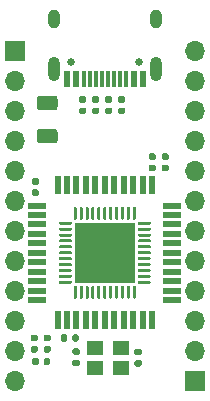
<source format=gbr>
G04 #@! TF.GenerationSoftware,KiCad,Pcbnew,(5.1.7)-1*
G04 #@! TF.CreationDate,2021-03-17T14:13:32-05:00*
G04 #@! TF.ProjectId,keyboard,6b657962-6f61-4726-942e-6b696361645f,rev?*
G04 #@! TF.SameCoordinates,Original*
G04 #@! TF.FileFunction,Soldermask,Top*
G04 #@! TF.FilePolarity,Negative*
%FSLAX46Y46*%
G04 Gerber Fmt 4.6, Leading zero omitted, Abs format (unit mm)*
G04 Created by KiCad (PCBNEW (5.1.7)-1) date 2021-03-17 14:13:32*
%MOMM*%
%LPD*%
G01*
G04 APERTURE LIST*
%ADD10O,1.700000X1.700000*%
%ADD11R,1.700000X1.700000*%
%ADD12R,0.550000X1.500000*%
%ADD13R,1.500000X0.550000*%
%ADD14R,5.200000X5.200000*%
%ADD15R,1.400000X1.200000*%
%ADD16R,0.600000X1.450000*%
%ADD17R,0.300000X1.450000*%
%ADD18C,0.650000*%
%ADD19O,1.000000X2.100000*%
%ADD20O,1.000000X1.600000*%
G04 APERTURE END LIST*
D10*
X323620000Y-159530000D03*
X323620000Y-162070000D03*
X323620000Y-164610000D03*
X323620000Y-167150000D03*
X323620000Y-169690000D03*
X323620000Y-172230000D03*
X323620000Y-174770000D03*
X323620000Y-177310000D03*
X323620000Y-179850000D03*
X323620000Y-182390000D03*
X323620000Y-184930000D03*
D11*
X323620000Y-187470000D03*
D12*
X311977500Y-170877500D03*
X312777500Y-170877500D03*
X313577500Y-170877500D03*
X314377500Y-170877500D03*
X315177500Y-170877500D03*
X315977500Y-170877500D03*
X316777500Y-170877500D03*
X317577500Y-170877500D03*
X318377500Y-170877500D03*
X319177500Y-170877500D03*
X319977500Y-170877500D03*
D13*
X321677500Y-172577500D03*
X321677500Y-173377500D03*
X321677500Y-174177500D03*
X321677500Y-174977500D03*
X321677500Y-175777500D03*
X321677500Y-176577500D03*
X321677500Y-177377500D03*
X321677500Y-178177500D03*
X321677500Y-178977500D03*
X321677500Y-179777500D03*
X321677500Y-180577500D03*
D12*
X319977500Y-182277500D03*
X319177500Y-182277500D03*
X318377500Y-182277500D03*
X317577500Y-182277500D03*
X316777500Y-182277500D03*
X315977500Y-182277500D03*
X315177500Y-182277500D03*
X314377500Y-182277500D03*
X313577500Y-182277500D03*
X312777500Y-182277500D03*
X311977500Y-182277500D03*
D13*
X310277500Y-180577500D03*
X310277500Y-179777500D03*
X310277500Y-178977500D03*
X310277500Y-178177500D03*
X310277500Y-177377500D03*
X310277500Y-176577500D03*
X310277500Y-175777500D03*
X310277500Y-174977500D03*
X310277500Y-174177500D03*
X310277500Y-173377500D03*
X310277500Y-172577500D03*
G36*
G01*
X316470000Y-163880000D02*
X316130000Y-163880000D01*
G75*
G02*
X315990000Y-163740000I0J140000D01*
G01*
X315990000Y-163460000D01*
G75*
G02*
X316130000Y-163320000I140000J0D01*
G01*
X316470000Y-163320000D01*
G75*
G02*
X316610000Y-163460000I0J-140000D01*
G01*
X316610000Y-163740000D01*
G75*
G02*
X316470000Y-163880000I-140000J0D01*
G01*
G37*
G36*
G01*
X316470000Y-164840000D02*
X316130000Y-164840000D01*
G75*
G02*
X315990000Y-164700000I0J140000D01*
G01*
X315990000Y-164420000D01*
G75*
G02*
X316130000Y-164280000I140000J0D01*
G01*
X316470000Y-164280000D01*
G75*
G02*
X316610000Y-164420000I0J-140000D01*
G01*
X316610000Y-164700000D01*
G75*
G02*
X316470000Y-164840000I-140000J0D01*
G01*
G37*
G36*
G01*
X320930000Y-169120000D02*
X321270000Y-169120000D01*
G75*
G02*
X321410000Y-169260000I0J-140000D01*
G01*
X321410000Y-169540000D01*
G75*
G02*
X321270000Y-169680000I-140000J0D01*
G01*
X320930000Y-169680000D01*
G75*
G02*
X320790000Y-169540000I0J140000D01*
G01*
X320790000Y-169260000D01*
G75*
G02*
X320930000Y-169120000I140000J0D01*
G01*
G37*
G36*
G01*
X320930000Y-168160000D02*
X321270000Y-168160000D01*
G75*
G02*
X321410000Y-168300000I0J-140000D01*
G01*
X321410000Y-168580000D01*
G75*
G02*
X321270000Y-168720000I-140000J0D01*
G01*
X320930000Y-168720000D01*
G75*
G02*
X320790000Y-168580000I0J140000D01*
G01*
X320790000Y-168300000D01*
G75*
G02*
X320930000Y-168160000I140000J0D01*
G01*
G37*
G36*
G01*
X314270000Y-163880000D02*
X313930000Y-163880000D01*
G75*
G02*
X313790000Y-163740000I0J140000D01*
G01*
X313790000Y-163460000D01*
G75*
G02*
X313930000Y-163320000I140000J0D01*
G01*
X314270000Y-163320000D01*
G75*
G02*
X314410000Y-163460000I0J-140000D01*
G01*
X314410000Y-163740000D01*
G75*
G02*
X314270000Y-163880000I-140000J0D01*
G01*
G37*
G36*
G01*
X314270000Y-164840000D02*
X313930000Y-164840000D01*
G75*
G02*
X313790000Y-164700000I0J140000D01*
G01*
X313790000Y-164420000D01*
G75*
G02*
X313930000Y-164280000I140000J0D01*
G01*
X314270000Y-164280000D01*
G75*
G02*
X314410000Y-164420000I0J-140000D01*
G01*
X314410000Y-164700000D01*
G75*
G02*
X314270000Y-164840000I-140000J0D01*
G01*
G37*
G36*
G01*
X315370000Y-163880000D02*
X315030000Y-163880000D01*
G75*
G02*
X314890000Y-163740000I0J140000D01*
G01*
X314890000Y-163460000D01*
G75*
G02*
X315030000Y-163320000I140000J0D01*
G01*
X315370000Y-163320000D01*
G75*
G02*
X315510000Y-163460000I0J-140000D01*
G01*
X315510000Y-163740000D01*
G75*
G02*
X315370000Y-163880000I-140000J0D01*
G01*
G37*
G36*
G01*
X315370000Y-164840000D02*
X315030000Y-164840000D01*
G75*
G02*
X314890000Y-164700000I0J140000D01*
G01*
X314890000Y-164420000D01*
G75*
G02*
X315030000Y-164280000I140000J0D01*
G01*
X315370000Y-164280000D01*
G75*
G02*
X315510000Y-164420000I0J-140000D01*
G01*
X315510000Y-164700000D01*
G75*
G02*
X315370000Y-164840000I-140000J0D01*
G01*
G37*
G36*
G01*
X317570000Y-163880000D02*
X317230000Y-163880000D01*
G75*
G02*
X317090000Y-163740000I0J140000D01*
G01*
X317090000Y-163460000D01*
G75*
G02*
X317230000Y-163320000I140000J0D01*
G01*
X317570000Y-163320000D01*
G75*
G02*
X317710000Y-163460000I0J-140000D01*
G01*
X317710000Y-163740000D01*
G75*
G02*
X317570000Y-163880000I-140000J0D01*
G01*
G37*
G36*
G01*
X317570000Y-164840000D02*
X317230000Y-164840000D01*
G75*
G02*
X317090000Y-164700000I0J140000D01*
G01*
X317090000Y-164420000D01*
G75*
G02*
X317230000Y-164280000I140000J0D01*
G01*
X317570000Y-164280000D01*
G75*
G02*
X317710000Y-164420000I0J-140000D01*
G01*
X317710000Y-164700000D01*
G75*
G02*
X317570000Y-164840000I-140000J0D01*
G01*
G37*
G36*
G01*
X310800000Y-185970000D02*
X310800000Y-185630000D01*
G75*
G02*
X310940000Y-185490000I140000J0D01*
G01*
X311220000Y-185490000D01*
G75*
G02*
X311360000Y-185630000I0J-140000D01*
G01*
X311360000Y-185970000D01*
G75*
G02*
X311220000Y-186110000I-140000J0D01*
G01*
X310940000Y-186110000D01*
G75*
G02*
X310800000Y-185970000I0J140000D01*
G01*
G37*
G36*
G01*
X309840000Y-185970000D02*
X309840000Y-185630000D01*
G75*
G02*
X309980000Y-185490000I140000J0D01*
G01*
X310260000Y-185490000D01*
G75*
G02*
X310400000Y-185630000I0J-140000D01*
G01*
X310400000Y-185970000D01*
G75*
G02*
X310260000Y-186110000I-140000J0D01*
G01*
X309980000Y-186110000D01*
G75*
G02*
X309840000Y-185970000I0J140000D01*
G01*
G37*
G36*
G01*
X309830000Y-184480000D02*
X310170000Y-184480000D01*
G75*
G02*
X310310000Y-184620000I0J-140000D01*
G01*
X310310000Y-184900000D01*
G75*
G02*
X310170000Y-185040000I-140000J0D01*
G01*
X309830000Y-185040000D01*
G75*
G02*
X309690000Y-184900000I0J140000D01*
G01*
X309690000Y-184620000D01*
G75*
G02*
X309830000Y-184480000I140000J0D01*
G01*
G37*
G36*
G01*
X309830000Y-183520000D02*
X310170000Y-183520000D01*
G75*
G02*
X310310000Y-183660000I0J-140000D01*
G01*
X310310000Y-183940000D01*
G75*
G02*
X310170000Y-184080000I-140000J0D01*
G01*
X309830000Y-184080000D01*
G75*
G02*
X309690000Y-183940000I0J140000D01*
G01*
X309690000Y-183660000D01*
G75*
G02*
X309830000Y-183520000I140000J0D01*
G01*
G37*
G36*
G01*
X310270000Y-170820000D02*
X309930000Y-170820000D01*
G75*
G02*
X309790000Y-170680000I0J140000D01*
G01*
X309790000Y-170400000D01*
G75*
G02*
X309930000Y-170260000I140000J0D01*
G01*
X310270000Y-170260000D01*
G75*
G02*
X310410000Y-170400000I0J-140000D01*
G01*
X310410000Y-170680000D01*
G75*
G02*
X310270000Y-170820000I-140000J0D01*
G01*
G37*
G36*
G01*
X310270000Y-171780000D02*
X309930000Y-171780000D01*
G75*
G02*
X309790000Y-171640000I0J140000D01*
G01*
X309790000Y-171360000D01*
G75*
G02*
X309930000Y-171220000I140000J0D01*
G01*
X310270000Y-171220000D01*
G75*
G02*
X310410000Y-171360000I0J-140000D01*
G01*
X310410000Y-171640000D01*
G75*
G02*
X310270000Y-171780000I-140000J0D01*
G01*
G37*
G36*
G01*
X312820000Y-183630000D02*
X312820000Y-183970000D01*
G75*
G02*
X312680000Y-184110000I-140000J0D01*
G01*
X312400000Y-184110000D01*
G75*
G02*
X312260000Y-183970000I0J140000D01*
G01*
X312260000Y-183630000D01*
G75*
G02*
X312400000Y-183490000I140000J0D01*
G01*
X312680000Y-183490000D01*
G75*
G02*
X312820000Y-183630000I0J-140000D01*
G01*
G37*
G36*
G01*
X313780000Y-183630000D02*
X313780000Y-183970000D01*
G75*
G02*
X313640000Y-184110000I-140000J0D01*
G01*
X313360000Y-184110000D01*
G75*
G02*
X313220000Y-183970000I0J140000D01*
G01*
X313220000Y-183630000D01*
G75*
G02*
X313360000Y-183490000I140000J0D01*
G01*
X313640000Y-183490000D01*
G75*
G02*
X313780000Y-183630000I0J-140000D01*
G01*
G37*
G36*
G01*
X320170000Y-168720000D02*
X319830000Y-168720000D01*
G75*
G02*
X319690000Y-168580000I0J140000D01*
G01*
X319690000Y-168300000D01*
G75*
G02*
X319830000Y-168160000I140000J0D01*
G01*
X320170000Y-168160000D01*
G75*
G02*
X320310000Y-168300000I0J-140000D01*
G01*
X320310000Y-168580000D01*
G75*
G02*
X320170000Y-168720000I-140000J0D01*
G01*
G37*
G36*
G01*
X320170000Y-169680000D02*
X319830000Y-169680000D01*
G75*
G02*
X319690000Y-169540000I0J140000D01*
G01*
X319690000Y-169260000D01*
G75*
G02*
X319830000Y-169120000I140000J0D01*
G01*
X320170000Y-169120000D01*
G75*
G02*
X320310000Y-169260000I0J-140000D01*
G01*
X320310000Y-169540000D01*
G75*
G02*
X320170000Y-169680000I-140000J0D01*
G01*
G37*
G36*
G01*
X310930000Y-184480000D02*
X311270000Y-184480000D01*
G75*
G02*
X311410000Y-184620000I0J-140000D01*
G01*
X311410000Y-184900000D01*
G75*
G02*
X311270000Y-185040000I-140000J0D01*
G01*
X310930000Y-185040000D01*
G75*
G02*
X310790000Y-184900000I0J140000D01*
G01*
X310790000Y-184620000D01*
G75*
G02*
X310930000Y-184480000I140000J0D01*
G01*
G37*
G36*
G01*
X310930000Y-183520000D02*
X311270000Y-183520000D01*
G75*
G02*
X311410000Y-183660000I0J-140000D01*
G01*
X311410000Y-183940000D01*
G75*
G02*
X311270000Y-184080000I-140000J0D01*
G01*
X310930000Y-184080000D01*
G75*
G02*
X310790000Y-183940000I0J140000D01*
G01*
X310790000Y-183660000D01*
G75*
G02*
X310930000Y-183520000I140000J0D01*
G01*
G37*
G36*
G01*
X313720000Y-185230000D02*
X313380000Y-185230000D01*
G75*
G02*
X313240000Y-185090000I0J140000D01*
G01*
X313240000Y-184810000D01*
G75*
G02*
X313380000Y-184670000I140000J0D01*
G01*
X313720000Y-184670000D01*
G75*
G02*
X313860000Y-184810000I0J-140000D01*
G01*
X313860000Y-185090000D01*
G75*
G02*
X313720000Y-185230000I-140000J0D01*
G01*
G37*
G36*
G01*
X313720000Y-186190000D02*
X313380000Y-186190000D01*
G75*
G02*
X313240000Y-186050000I0J140000D01*
G01*
X313240000Y-185770000D01*
G75*
G02*
X313380000Y-185630000I140000J0D01*
G01*
X313720000Y-185630000D01*
G75*
G02*
X313860000Y-185770000I0J-140000D01*
G01*
X313860000Y-186050000D01*
G75*
G02*
X313720000Y-186190000I-140000J0D01*
G01*
G37*
G36*
G01*
X318630000Y-185660000D02*
X318970000Y-185660000D01*
G75*
G02*
X319110000Y-185800000I0J-140000D01*
G01*
X319110000Y-186080000D01*
G75*
G02*
X318970000Y-186220000I-140000J0D01*
G01*
X318630000Y-186220000D01*
G75*
G02*
X318490000Y-186080000I0J140000D01*
G01*
X318490000Y-185800000D01*
G75*
G02*
X318630000Y-185660000I140000J0D01*
G01*
G37*
G36*
G01*
X318630000Y-184700000D02*
X318970000Y-184700000D01*
G75*
G02*
X319110000Y-184840000I0J-140000D01*
G01*
X319110000Y-185120000D01*
G75*
G02*
X318970000Y-185260000I-140000J0D01*
G01*
X318630000Y-185260000D01*
G75*
G02*
X318490000Y-185120000I0J140000D01*
G01*
X318490000Y-184840000D01*
G75*
G02*
X318630000Y-184700000I140000J0D01*
G01*
G37*
D14*
X315977500Y-176577500D03*
G36*
G01*
X313352500Y-173715000D02*
X313352500Y-172765000D01*
G75*
G02*
X313415000Y-172702500I62500J0D01*
G01*
X313540000Y-172702500D01*
G75*
G02*
X313602500Y-172765000I0J-62500D01*
G01*
X313602500Y-173715000D01*
G75*
G02*
X313540000Y-173777500I-62500J0D01*
G01*
X313415000Y-173777500D01*
G75*
G02*
X313352500Y-173715000I0J62500D01*
G01*
G37*
G36*
G01*
X313852500Y-173715000D02*
X313852500Y-172765000D01*
G75*
G02*
X313915000Y-172702500I62500J0D01*
G01*
X314040000Y-172702500D01*
G75*
G02*
X314102500Y-172765000I0J-62500D01*
G01*
X314102500Y-173715000D01*
G75*
G02*
X314040000Y-173777500I-62500J0D01*
G01*
X313915000Y-173777500D01*
G75*
G02*
X313852500Y-173715000I0J62500D01*
G01*
G37*
G36*
G01*
X314352500Y-173715000D02*
X314352500Y-172765000D01*
G75*
G02*
X314415000Y-172702500I62500J0D01*
G01*
X314540000Y-172702500D01*
G75*
G02*
X314602500Y-172765000I0J-62500D01*
G01*
X314602500Y-173715000D01*
G75*
G02*
X314540000Y-173777500I-62500J0D01*
G01*
X314415000Y-173777500D01*
G75*
G02*
X314352500Y-173715000I0J62500D01*
G01*
G37*
G36*
G01*
X314852500Y-173715000D02*
X314852500Y-172765000D01*
G75*
G02*
X314915000Y-172702500I62500J0D01*
G01*
X315040000Y-172702500D01*
G75*
G02*
X315102500Y-172765000I0J-62500D01*
G01*
X315102500Y-173715000D01*
G75*
G02*
X315040000Y-173777500I-62500J0D01*
G01*
X314915000Y-173777500D01*
G75*
G02*
X314852500Y-173715000I0J62500D01*
G01*
G37*
G36*
G01*
X315352500Y-173715000D02*
X315352500Y-172765000D01*
G75*
G02*
X315415000Y-172702500I62500J0D01*
G01*
X315540000Y-172702500D01*
G75*
G02*
X315602500Y-172765000I0J-62500D01*
G01*
X315602500Y-173715000D01*
G75*
G02*
X315540000Y-173777500I-62500J0D01*
G01*
X315415000Y-173777500D01*
G75*
G02*
X315352500Y-173715000I0J62500D01*
G01*
G37*
G36*
G01*
X315852500Y-173715000D02*
X315852500Y-172765000D01*
G75*
G02*
X315915000Y-172702500I62500J0D01*
G01*
X316040000Y-172702500D01*
G75*
G02*
X316102500Y-172765000I0J-62500D01*
G01*
X316102500Y-173715000D01*
G75*
G02*
X316040000Y-173777500I-62500J0D01*
G01*
X315915000Y-173777500D01*
G75*
G02*
X315852500Y-173715000I0J62500D01*
G01*
G37*
G36*
G01*
X316352500Y-173715000D02*
X316352500Y-172765000D01*
G75*
G02*
X316415000Y-172702500I62500J0D01*
G01*
X316540000Y-172702500D01*
G75*
G02*
X316602500Y-172765000I0J-62500D01*
G01*
X316602500Y-173715000D01*
G75*
G02*
X316540000Y-173777500I-62500J0D01*
G01*
X316415000Y-173777500D01*
G75*
G02*
X316352500Y-173715000I0J62500D01*
G01*
G37*
G36*
G01*
X316852500Y-173715000D02*
X316852500Y-172765000D01*
G75*
G02*
X316915000Y-172702500I62500J0D01*
G01*
X317040000Y-172702500D01*
G75*
G02*
X317102500Y-172765000I0J-62500D01*
G01*
X317102500Y-173715000D01*
G75*
G02*
X317040000Y-173777500I-62500J0D01*
G01*
X316915000Y-173777500D01*
G75*
G02*
X316852500Y-173715000I0J62500D01*
G01*
G37*
G36*
G01*
X317352500Y-173715000D02*
X317352500Y-172765000D01*
G75*
G02*
X317415000Y-172702500I62500J0D01*
G01*
X317540000Y-172702500D01*
G75*
G02*
X317602500Y-172765000I0J-62500D01*
G01*
X317602500Y-173715000D01*
G75*
G02*
X317540000Y-173777500I-62500J0D01*
G01*
X317415000Y-173777500D01*
G75*
G02*
X317352500Y-173715000I0J62500D01*
G01*
G37*
G36*
G01*
X317852500Y-173715000D02*
X317852500Y-172765000D01*
G75*
G02*
X317915000Y-172702500I62500J0D01*
G01*
X318040000Y-172702500D01*
G75*
G02*
X318102500Y-172765000I0J-62500D01*
G01*
X318102500Y-173715000D01*
G75*
G02*
X318040000Y-173777500I-62500J0D01*
G01*
X317915000Y-173777500D01*
G75*
G02*
X317852500Y-173715000I0J62500D01*
G01*
G37*
G36*
G01*
X318352500Y-173715000D02*
X318352500Y-172765000D01*
G75*
G02*
X318415000Y-172702500I62500J0D01*
G01*
X318540000Y-172702500D01*
G75*
G02*
X318602500Y-172765000I0J-62500D01*
G01*
X318602500Y-173715000D01*
G75*
G02*
X318540000Y-173777500I-62500J0D01*
G01*
X318415000Y-173777500D01*
G75*
G02*
X318352500Y-173715000I0J62500D01*
G01*
G37*
G36*
G01*
X318777500Y-174140000D02*
X318777500Y-174015000D01*
G75*
G02*
X318840000Y-173952500I62500J0D01*
G01*
X319790000Y-173952500D01*
G75*
G02*
X319852500Y-174015000I0J-62500D01*
G01*
X319852500Y-174140000D01*
G75*
G02*
X319790000Y-174202500I-62500J0D01*
G01*
X318840000Y-174202500D01*
G75*
G02*
X318777500Y-174140000I0J62500D01*
G01*
G37*
G36*
G01*
X318777500Y-174640000D02*
X318777500Y-174515000D01*
G75*
G02*
X318840000Y-174452500I62500J0D01*
G01*
X319790000Y-174452500D01*
G75*
G02*
X319852500Y-174515000I0J-62500D01*
G01*
X319852500Y-174640000D01*
G75*
G02*
X319790000Y-174702500I-62500J0D01*
G01*
X318840000Y-174702500D01*
G75*
G02*
X318777500Y-174640000I0J62500D01*
G01*
G37*
G36*
G01*
X318777500Y-175140000D02*
X318777500Y-175015000D01*
G75*
G02*
X318840000Y-174952500I62500J0D01*
G01*
X319790000Y-174952500D01*
G75*
G02*
X319852500Y-175015000I0J-62500D01*
G01*
X319852500Y-175140000D01*
G75*
G02*
X319790000Y-175202500I-62500J0D01*
G01*
X318840000Y-175202500D01*
G75*
G02*
X318777500Y-175140000I0J62500D01*
G01*
G37*
G36*
G01*
X318777500Y-175640000D02*
X318777500Y-175515000D01*
G75*
G02*
X318840000Y-175452500I62500J0D01*
G01*
X319790000Y-175452500D01*
G75*
G02*
X319852500Y-175515000I0J-62500D01*
G01*
X319852500Y-175640000D01*
G75*
G02*
X319790000Y-175702500I-62500J0D01*
G01*
X318840000Y-175702500D01*
G75*
G02*
X318777500Y-175640000I0J62500D01*
G01*
G37*
G36*
G01*
X318777500Y-176140000D02*
X318777500Y-176015000D01*
G75*
G02*
X318840000Y-175952500I62500J0D01*
G01*
X319790000Y-175952500D01*
G75*
G02*
X319852500Y-176015000I0J-62500D01*
G01*
X319852500Y-176140000D01*
G75*
G02*
X319790000Y-176202500I-62500J0D01*
G01*
X318840000Y-176202500D01*
G75*
G02*
X318777500Y-176140000I0J62500D01*
G01*
G37*
G36*
G01*
X318777500Y-176640000D02*
X318777500Y-176515000D01*
G75*
G02*
X318840000Y-176452500I62500J0D01*
G01*
X319790000Y-176452500D01*
G75*
G02*
X319852500Y-176515000I0J-62500D01*
G01*
X319852500Y-176640000D01*
G75*
G02*
X319790000Y-176702500I-62500J0D01*
G01*
X318840000Y-176702500D01*
G75*
G02*
X318777500Y-176640000I0J62500D01*
G01*
G37*
G36*
G01*
X318777500Y-177140000D02*
X318777500Y-177015000D01*
G75*
G02*
X318840000Y-176952500I62500J0D01*
G01*
X319790000Y-176952500D01*
G75*
G02*
X319852500Y-177015000I0J-62500D01*
G01*
X319852500Y-177140000D01*
G75*
G02*
X319790000Y-177202500I-62500J0D01*
G01*
X318840000Y-177202500D01*
G75*
G02*
X318777500Y-177140000I0J62500D01*
G01*
G37*
G36*
G01*
X318777500Y-177640000D02*
X318777500Y-177515000D01*
G75*
G02*
X318840000Y-177452500I62500J0D01*
G01*
X319790000Y-177452500D01*
G75*
G02*
X319852500Y-177515000I0J-62500D01*
G01*
X319852500Y-177640000D01*
G75*
G02*
X319790000Y-177702500I-62500J0D01*
G01*
X318840000Y-177702500D01*
G75*
G02*
X318777500Y-177640000I0J62500D01*
G01*
G37*
G36*
G01*
X318777500Y-178140000D02*
X318777500Y-178015000D01*
G75*
G02*
X318840000Y-177952500I62500J0D01*
G01*
X319790000Y-177952500D01*
G75*
G02*
X319852500Y-178015000I0J-62500D01*
G01*
X319852500Y-178140000D01*
G75*
G02*
X319790000Y-178202500I-62500J0D01*
G01*
X318840000Y-178202500D01*
G75*
G02*
X318777500Y-178140000I0J62500D01*
G01*
G37*
G36*
G01*
X318777500Y-178640000D02*
X318777500Y-178515000D01*
G75*
G02*
X318840000Y-178452500I62500J0D01*
G01*
X319790000Y-178452500D01*
G75*
G02*
X319852500Y-178515000I0J-62500D01*
G01*
X319852500Y-178640000D01*
G75*
G02*
X319790000Y-178702500I-62500J0D01*
G01*
X318840000Y-178702500D01*
G75*
G02*
X318777500Y-178640000I0J62500D01*
G01*
G37*
G36*
G01*
X318777500Y-179140000D02*
X318777500Y-179015000D01*
G75*
G02*
X318840000Y-178952500I62500J0D01*
G01*
X319790000Y-178952500D01*
G75*
G02*
X319852500Y-179015000I0J-62500D01*
G01*
X319852500Y-179140000D01*
G75*
G02*
X319790000Y-179202500I-62500J0D01*
G01*
X318840000Y-179202500D01*
G75*
G02*
X318777500Y-179140000I0J62500D01*
G01*
G37*
G36*
G01*
X318352500Y-180390000D02*
X318352500Y-179440000D01*
G75*
G02*
X318415000Y-179377500I62500J0D01*
G01*
X318540000Y-179377500D01*
G75*
G02*
X318602500Y-179440000I0J-62500D01*
G01*
X318602500Y-180390000D01*
G75*
G02*
X318540000Y-180452500I-62500J0D01*
G01*
X318415000Y-180452500D01*
G75*
G02*
X318352500Y-180390000I0J62500D01*
G01*
G37*
G36*
G01*
X317852500Y-180390000D02*
X317852500Y-179440000D01*
G75*
G02*
X317915000Y-179377500I62500J0D01*
G01*
X318040000Y-179377500D01*
G75*
G02*
X318102500Y-179440000I0J-62500D01*
G01*
X318102500Y-180390000D01*
G75*
G02*
X318040000Y-180452500I-62500J0D01*
G01*
X317915000Y-180452500D01*
G75*
G02*
X317852500Y-180390000I0J62500D01*
G01*
G37*
G36*
G01*
X317352500Y-180390000D02*
X317352500Y-179440000D01*
G75*
G02*
X317415000Y-179377500I62500J0D01*
G01*
X317540000Y-179377500D01*
G75*
G02*
X317602500Y-179440000I0J-62500D01*
G01*
X317602500Y-180390000D01*
G75*
G02*
X317540000Y-180452500I-62500J0D01*
G01*
X317415000Y-180452500D01*
G75*
G02*
X317352500Y-180390000I0J62500D01*
G01*
G37*
G36*
G01*
X316852500Y-180390000D02*
X316852500Y-179440000D01*
G75*
G02*
X316915000Y-179377500I62500J0D01*
G01*
X317040000Y-179377500D01*
G75*
G02*
X317102500Y-179440000I0J-62500D01*
G01*
X317102500Y-180390000D01*
G75*
G02*
X317040000Y-180452500I-62500J0D01*
G01*
X316915000Y-180452500D01*
G75*
G02*
X316852500Y-180390000I0J62500D01*
G01*
G37*
G36*
G01*
X316352500Y-180390000D02*
X316352500Y-179440000D01*
G75*
G02*
X316415000Y-179377500I62500J0D01*
G01*
X316540000Y-179377500D01*
G75*
G02*
X316602500Y-179440000I0J-62500D01*
G01*
X316602500Y-180390000D01*
G75*
G02*
X316540000Y-180452500I-62500J0D01*
G01*
X316415000Y-180452500D01*
G75*
G02*
X316352500Y-180390000I0J62500D01*
G01*
G37*
G36*
G01*
X315852500Y-180390000D02*
X315852500Y-179440000D01*
G75*
G02*
X315915000Y-179377500I62500J0D01*
G01*
X316040000Y-179377500D01*
G75*
G02*
X316102500Y-179440000I0J-62500D01*
G01*
X316102500Y-180390000D01*
G75*
G02*
X316040000Y-180452500I-62500J0D01*
G01*
X315915000Y-180452500D01*
G75*
G02*
X315852500Y-180390000I0J62500D01*
G01*
G37*
G36*
G01*
X315352500Y-180390000D02*
X315352500Y-179440000D01*
G75*
G02*
X315415000Y-179377500I62500J0D01*
G01*
X315540000Y-179377500D01*
G75*
G02*
X315602500Y-179440000I0J-62500D01*
G01*
X315602500Y-180390000D01*
G75*
G02*
X315540000Y-180452500I-62500J0D01*
G01*
X315415000Y-180452500D01*
G75*
G02*
X315352500Y-180390000I0J62500D01*
G01*
G37*
G36*
G01*
X314852500Y-180390000D02*
X314852500Y-179440000D01*
G75*
G02*
X314915000Y-179377500I62500J0D01*
G01*
X315040000Y-179377500D01*
G75*
G02*
X315102500Y-179440000I0J-62500D01*
G01*
X315102500Y-180390000D01*
G75*
G02*
X315040000Y-180452500I-62500J0D01*
G01*
X314915000Y-180452500D01*
G75*
G02*
X314852500Y-180390000I0J62500D01*
G01*
G37*
G36*
G01*
X314352500Y-180390000D02*
X314352500Y-179440000D01*
G75*
G02*
X314415000Y-179377500I62500J0D01*
G01*
X314540000Y-179377500D01*
G75*
G02*
X314602500Y-179440000I0J-62500D01*
G01*
X314602500Y-180390000D01*
G75*
G02*
X314540000Y-180452500I-62500J0D01*
G01*
X314415000Y-180452500D01*
G75*
G02*
X314352500Y-180390000I0J62500D01*
G01*
G37*
G36*
G01*
X313852500Y-180390000D02*
X313852500Y-179440000D01*
G75*
G02*
X313915000Y-179377500I62500J0D01*
G01*
X314040000Y-179377500D01*
G75*
G02*
X314102500Y-179440000I0J-62500D01*
G01*
X314102500Y-180390000D01*
G75*
G02*
X314040000Y-180452500I-62500J0D01*
G01*
X313915000Y-180452500D01*
G75*
G02*
X313852500Y-180390000I0J62500D01*
G01*
G37*
G36*
G01*
X313352500Y-180390000D02*
X313352500Y-179440000D01*
G75*
G02*
X313415000Y-179377500I62500J0D01*
G01*
X313540000Y-179377500D01*
G75*
G02*
X313602500Y-179440000I0J-62500D01*
G01*
X313602500Y-180390000D01*
G75*
G02*
X313540000Y-180452500I-62500J0D01*
G01*
X313415000Y-180452500D01*
G75*
G02*
X313352500Y-180390000I0J62500D01*
G01*
G37*
G36*
G01*
X312102500Y-179140000D02*
X312102500Y-179015000D01*
G75*
G02*
X312165000Y-178952500I62500J0D01*
G01*
X313115000Y-178952500D01*
G75*
G02*
X313177500Y-179015000I0J-62500D01*
G01*
X313177500Y-179140000D01*
G75*
G02*
X313115000Y-179202500I-62500J0D01*
G01*
X312165000Y-179202500D01*
G75*
G02*
X312102500Y-179140000I0J62500D01*
G01*
G37*
G36*
G01*
X312102500Y-178640000D02*
X312102500Y-178515000D01*
G75*
G02*
X312165000Y-178452500I62500J0D01*
G01*
X313115000Y-178452500D01*
G75*
G02*
X313177500Y-178515000I0J-62500D01*
G01*
X313177500Y-178640000D01*
G75*
G02*
X313115000Y-178702500I-62500J0D01*
G01*
X312165000Y-178702500D01*
G75*
G02*
X312102500Y-178640000I0J62500D01*
G01*
G37*
G36*
G01*
X312102500Y-178140000D02*
X312102500Y-178015000D01*
G75*
G02*
X312165000Y-177952500I62500J0D01*
G01*
X313115000Y-177952500D01*
G75*
G02*
X313177500Y-178015000I0J-62500D01*
G01*
X313177500Y-178140000D01*
G75*
G02*
X313115000Y-178202500I-62500J0D01*
G01*
X312165000Y-178202500D01*
G75*
G02*
X312102500Y-178140000I0J62500D01*
G01*
G37*
G36*
G01*
X312102500Y-177640000D02*
X312102500Y-177515000D01*
G75*
G02*
X312165000Y-177452500I62500J0D01*
G01*
X313115000Y-177452500D01*
G75*
G02*
X313177500Y-177515000I0J-62500D01*
G01*
X313177500Y-177640000D01*
G75*
G02*
X313115000Y-177702500I-62500J0D01*
G01*
X312165000Y-177702500D01*
G75*
G02*
X312102500Y-177640000I0J62500D01*
G01*
G37*
G36*
G01*
X312102500Y-177140000D02*
X312102500Y-177015000D01*
G75*
G02*
X312165000Y-176952500I62500J0D01*
G01*
X313115000Y-176952500D01*
G75*
G02*
X313177500Y-177015000I0J-62500D01*
G01*
X313177500Y-177140000D01*
G75*
G02*
X313115000Y-177202500I-62500J0D01*
G01*
X312165000Y-177202500D01*
G75*
G02*
X312102500Y-177140000I0J62500D01*
G01*
G37*
G36*
G01*
X312102500Y-176640000D02*
X312102500Y-176515000D01*
G75*
G02*
X312165000Y-176452500I62500J0D01*
G01*
X313115000Y-176452500D01*
G75*
G02*
X313177500Y-176515000I0J-62500D01*
G01*
X313177500Y-176640000D01*
G75*
G02*
X313115000Y-176702500I-62500J0D01*
G01*
X312165000Y-176702500D01*
G75*
G02*
X312102500Y-176640000I0J62500D01*
G01*
G37*
G36*
G01*
X312102500Y-176140000D02*
X312102500Y-176015000D01*
G75*
G02*
X312165000Y-175952500I62500J0D01*
G01*
X313115000Y-175952500D01*
G75*
G02*
X313177500Y-176015000I0J-62500D01*
G01*
X313177500Y-176140000D01*
G75*
G02*
X313115000Y-176202500I-62500J0D01*
G01*
X312165000Y-176202500D01*
G75*
G02*
X312102500Y-176140000I0J62500D01*
G01*
G37*
G36*
G01*
X312102500Y-175640000D02*
X312102500Y-175515000D01*
G75*
G02*
X312165000Y-175452500I62500J0D01*
G01*
X313115000Y-175452500D01*
G75*
G02*
X313177500Y-175515000I0J-62500D01*
G01*
X313177500Y-175640000D01*
G75*
G02*
X313115000Y-175702500I-62500J0D01*
G01*
X312165000Y-175702500D01*
G75*
G02*
X312102500Y-175640000I0J62500D01*
G01*
G37*
G36*
G01*
X312102500Y-175140000D02*
X312102500Y-175015000D01*
G75*
G02*
X312165000Y-174952500I62500J0D01*
G01*
X313115000Y-174952500D01*
G75*
G02*
X313177500Y-175015000I0J-62500D01*
G01*
X313177500Y-175140000D01*
G75*
G02*
X313115000Y-175202500I-62500J0D01*
G01*
X312165000Y-175202500D01*
G75*
G02*
X312102500Y-175140000I0J62500D01*
G01*
G37*
G36*
G01*
X312102500Y-174640000D02*
X312102500Y-174515000D01*
G75*
G02*
X312165000Y-174452500I62500J0D01*
G01*
X313115000Y-174452500D01*
G75*
G02*
X313177500Y-174515000I0J-62500D01*
G01*
X313177500Y-174640000D01*
G75*
G02*
X313115000Y-174702500I-62500J0D01*
G01*
X312165000Y-174702500D01*
G75*
G02*
X312102500Y-174640000I0J62500D01*
G01*
G37*
G36*
G01*
X312102500Y-174140000D02*
X312102500Y-174015000D01*
G75*
G02*
X312165000Y-173952500I62500J0D01*
G01*
X313115000Y-173952500D01*
G75*
G02*
X313177500Y-174015000I0J-62500D01*
G01*
X313177500Y-174140000D01*
G75*
G02*
X313115000Y-174202500I-62500J0D01*
G01*
X312165000Y-174202500D01*
G75*
G02*
X312102500Y-174140000I0J62500D01*
G01*
G37*
D15*
X317370000Y-186340000D03*
X315170000Y-186340000D03*
X315170000Y-184640000D03*
X317370000Y-184640000D03*
D16*
X312775000Y-161895000D03*
X319225000Y-161895000D03*
X313550000Y-161895000D03*
X318450000Y-161895000D03*
D17*
X317750000Y-161895000D03*
X314250000Y-161895000D03*
X317250000Y-161895000D03*
X314750000Y-161895000D03*
X316750000Y-161895000D03*
X315250000Y-161895000D03*
X315750000Y-161895000D03*
X316250000Y-161895000D03*
D18*
X313110000Y-160450000D03*
X318890000Y-160450000D03*
D19*
X320320000Y-160980000D03*
X311680000Y-160980000D03*
D20*
X320320000Y-156800000D03*
X311680000Y-156800000D03*
D10*
X308380000Y-187470000D03*
X308380000Y-184930000D03*
X308380000Y-182390000D03*
X308380000Y-179850000D03*
X308380000Y-177310000D03*
X308380000Y-174770000D03*
X308380000Y-172230000D03*
X308380000Y-169690000D03*
X308380000Y-167150000D03*
X308380000Y-164610000D03*
X308380000Y-162070000D03*
D11*
X308380000Y-159530000D03*
G36*
G01*
X311725000Y-164525000D02*
X310475000Y-164525000D01*
G75*
G02*
X310225000Y-164275000I0J250000D01*
G01*
X310225000Y-163525000D01*
G75*
G02*
X310475000Y-163275000I250000J0D01*
G01*
X311725000Y-163275000D01*
G75*
G02*
X311975000Y-163525000I0J-250000D01*
G01*
X311975000Y-164275000D01*
G75*
G02*
X311725000Y-164525000I-250000J0D01*
G01*
G37*
G36*
G01*
X311725000Y-167325000D02*
X310475000Y-167325000D01*
G75*
G02*
X310225000Y-167075000I0J250000D01*
G01*
X310225000Y-166325000D01*
G75*
G02*
X310475000Y-166075000I250000J0D01*
G01*
X311725000Y-166075000D01*
G75*
G02*
X311975000Y-166325000I0J-250000D01*
G01*
X311975000Y-167075000D01*
G75*
G02*
X311725000Y-167325000I-250000J0D01*
G01*
G37*
M02*

</source>
